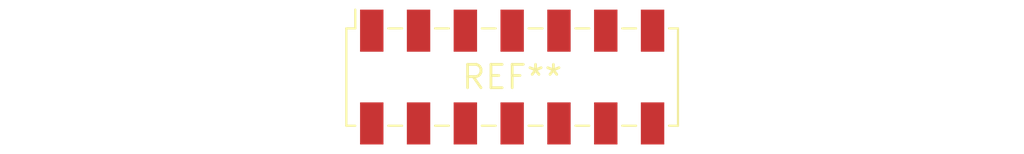
<source format=kicad_pcb>
(kicad_pcb (version 20240108) (generator pcbnew)
  (layers (0 "F.Cu" signal) (31 "B.Cu" signal) (34 "B.Paste" user) (35 "F.Paste" user) (36 "B.SilkS" user "B.Silkscreen") (37 "F.SilkS" user "F.Silkscreen") (38 "B.Mask" user) (39 "F.Mask" user) (44 "Edge.Cuts" user))
  (net 0 "")
  (footprint "Samtec_HLE-107-02-xxx-DV_2x07_P2.54mm_Horizontal" (layer "F.Cu") (at 0 0)
    (property "Reference" "REF**")
    (property "Value" "Samtec_HLE-107-02-xxx-DV_2x07_P2.54mm_Horizontal")
    (fp_line (start -9 -2.65) (end -9 2.65) (layer "F.SilkS") (stroke (width 0.12)))
    (fp_line (start -9 2.65) (end -8.515 2.65) (layer "F.SilkS") (stroke (width 0.12)))
    (fp_line (start -8.515 -3.67) (end -8.515 -2.65) (layer "F.SilkS") (stroke (width 0.12)))
    (fp_line (start -8.515 -2.65) (end -9 -2.65) (layer "F.SilkS") (stroke (width 0.12)))
    (fp_line (start -6.725 -2.65) (end -5.975 -2.65) (layer "F.SilkS") (stroke (width 0.12)))
    (fp_line (start -6.725 2.65) (end -5.975 2.65) (layer "F.SilkS") (stroke (width 0.12)))
    (fp_line (start -4.185 -2.65) (end -3.435 -2.65) (layer "F.SilkS") (stroke (width 0.12)))
    (fp_line (start -4.185 2.65) (end -3.435 2.65) (layer "F.SilkS") (stroke (width 0.12)))
    (fp_line (start -1.645 -2.65) (end -0.895 -2.65) (layer "F.SilkS") (stroke (width 0.12)))
    (fp_line (start -1.645 2.65) (end -0.895 2.65) (layer "F.SilkS") (stroke (width 0.12)))
    (fp_line (start 0.895 -2.65) (end 1.645 -2.65) (layer "F.SilkS") (stroke (width 0.12)))
    (fp_line (start 0.895 2.65) (end 1.645 2.65) (layer "F.SilkS") (stroke (width 0.12)))
    (fp_line (start 3.435 -2.65) (end 4.185 -2.65) (layer "F.SilkS") (stroke (width 0.12)))
    (fp_line (start 3.435 2.65) (end 4.185 2.65) (layer "F.SilkS") (stroke (width 0.12)))
    (fp_line (start 5.975 -2.65) (end 6.725 -2.65) (layer "F.SilkS") (stroke (width 0.12)))
    (fp_line (start 5.975 2.65) (end 6.725 2.65) (layer "F.SilkS") (stroke (width 0.12)))
    (fp_line (start 8.515 -2.65) (end 9 -2.65) (layer "F.SilkS") (stroke (width 0.12)))
    (fp_line (start 9 -2.65) (end 9 2.65) (layer "F.SilkS") (stroke (width 0.12)))
    (fp_line (start 9 2.65) (end 8.515 2.65) (layer "F.SilkS") (stroke (width 0.12)))
    (pad "1" smd rect (at -7.62 -2.525) (size 1.27 2.29) (layers "F.Cu" "F.Paste" "F.Mask"))
    (pad "2" smd rect (at -7.62 2.525) (size 1.27 2.29) (layers "F.Cu" "F.Paste" "F.Mask"))
    (pad "3" smd rect (at -5.08 -2.525) (size 1.27 2.29) (layers "F.Cu" "F.Paste" "F.Mask"))
    (pad "4" smd rect (at -5.08 2.525) (size 1.27 2.29) (layers "F.Cu" "F.Paste" "F.Mask"))
    (pad "5" smd rect (at -2.54 -2.525) (size 1.27 2.29) (layers "F.Cu" "F.Paste" "F.Mask"))
    (pad "6" smd rect (at -2.54 2.525) (size 1.27 2.29) (layers "F.Cu" "F.Paste" "F.Mask"))
    (pad "7" smd rect (at 0 -2.525) (size 1.27 2.29) (layers "F.Cu" "F.Paste" "F.Mask"))
    (pad "8" smd rect (at 0 2.525) (size 1.27 2.29) (layers "F.Cu" "F.Paste" "F.Mask"))
    (pad "9" smd rect (at 2.54 -2.525) (size 1.27 2.29) (layers "F.Cu" "F.Paste" "F.Mask"))
    (pad "10" smd rect (at 2.54 2.525) (size 1.27 2.29) (layers "F.Cu" "F.Paste" "F.Mask"))
    (pad "11" smd rect (at 5.08 -2.525) (size 1.27 2.29) (layers "F.Cu" "F.Paste" "F.Mask"))
    (pad "12" smd rect (at 5.08 2.525) (size 1.27 2.29) (layers "F.Cu" "F.Paste" "F.Mask"))
    (pad "13" smd rect (at 7.62 -2.525) (size 1.27 2.29) (layers "F.Cu" "F.Paste" "F.Mask"))
    (pad "14" smd rect (at 7.62 2.525) (size 1.27 2.29) (layers "F.Cu" "F.Paste" "F.Mask"))
  )
)
</source>
